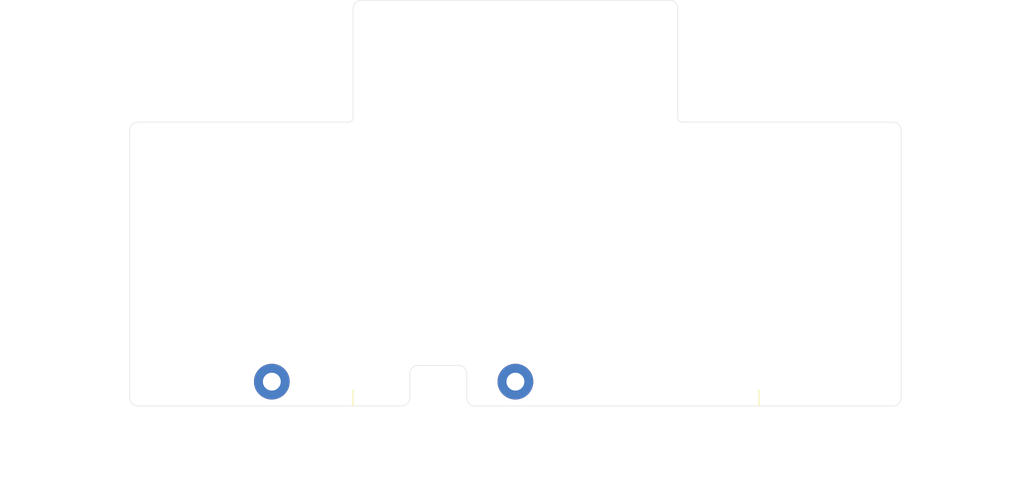
<source format=kicad_pcb>
(kicad_pcb (version 20241229) (generator "pcbnew") (generator_version "9.0")
  (layers (0 "F.Cu" signal) (4 "In1.Cu" signal) (6 "In2.Cu" signal) (2 "B.Cu" signal) (13 "F.Paste" user) (15 "B.Paste" user) (5 "F.SilkS" user "F.Silkscreen") (7 "B.SilkS" user "B.Silkscreen") (1 "F.Mask" user) (3 "B.Mask" user) (25 "Edge.Cuts" user))
  (net 0 "")
  (net 1 "earth")
  (net 2 "_1")
  (net 3 "net")
  (footprint "Mounting_Holes:MountingHole_2.2mm_M2" (layer "F.Cu") (at 9.75 -47 0)
    (property "Reference" "H6" (hide yes))
    (property "Value" "" (hide yes))
    (pad "" np_thru_hole circle (at 0 0 0) (size 2.2 2.2) (drill 2.2) (layers "*.Cu" "*.Mask") (net 3 "net"))
  )
  (footprint "Mounting_Holes:MountingHole_2.2mm_M2_Pad" (layer "F.Cu") (at 0 -3 0)
    (property "Reference" "H2" (hide yes))
    (property "Value" "" (hide yes))
    (pad "1" thru_hole circle (at 0 0 0) (size 4.4 4.4) (drill 2.2) (layers "*.Cu" "*.Mask") (net 2 "_1"))
  )
  (footprint "Mounting_Holes:MountingHole_2.2mm_M2_Pad" (layer "F.Cu") (at -30 -3 0)
    (property "Reference" "H3" (hide yes))
    (property "Value" "" (hide yes))
    (pad "1" thru_hole circle (at 0 0 0) (size 4.4 4.4) (drill 2.2) (layers "*.Cu" "*.Mask") (net 1 "earth"))
  )
  (gr_line (start -20 -2) (end -20 0) (stroke (width 0.1)) (layer "F.SilkS"))
  (gr_line (start 30 -2) (end 30 0) (stroke (width 0.1)) (layer "F.SilkS"))
  (gr_line (start 0.5 7) (end 0.5 7) (stroke (width 0.05)) (layer "Edge.Cuts"))
  (gr_line (start -46.5 -35) (end -20.5 -35) (stroke (width 0.05)) (layer "Edge.Cuts"))
  (gr_line (start -12 -5) (end -7 -5) (stroke (width 0.05)) (layer "Edge.Cuts"))
  (gr_line (start 20.5 -35) (end 46.500001 -35) (stroke (width 0.05)) (layer "Edge.Cuts"))
  (gr_line (start -20 -35.5) (end -20 -49) (stroke (width 0.05)) (layer "Edge.Cuts"))
  (gr_line (start 20 -49) (end 20 -35.5) (stroke (width 0.05)) (layer "Edge.Cuts"))
  (gr_line (start -14 0) (end -46.5 0) (stroke (width 0.05)) (layer "Edge.Cuts"))
  (gr_line (start -47.5 -1) (end -47.5 -34) (stroke (width 0.05)) (layer "Edge.Cuts"))
  (gr_line (start 47.5 -34) (end 47.5 -1) (stroke (width 0.05)) (layer "Edge.Cuts"))
  (gr_line (start -13 -1) (end -13 -4) (stroke (width 0.05)) (layer "Edge.Cuts"))
  (gr_line (start -6 -4) (end -6 -1) (stroke (width 0.05)) (layer "Edge.Cuts"))
  (gr_line (start 19 -50) (end -19 -50) (stroke (width 0.05)) (layer "Edge.Cuts"))
  (gr_line (start -5.000001 0) (end 46.5 0) (stroke (width 0.05)) (layer "Edge.Cuts"))
  (gr_arc (start 20.5 -35) (mid 20.146447 -35.146447) (end 20 -35.5) (stroke (width 0.05)) (layer "Edge.Cuts"))
  (gr_arc (start 46.5 -35) (mid 47.207107 -34.707107) (end 47.5 -34) (stroke (width 0.05)) (layer "Edge.Cuts"))
  (gr_arc (start 19 -50) (mid 19.707107 -49.707107) (end 20 -49) (stroke (width 0.05)) (layer "Edge.Cuts"))
  (gr_arc (start 47.5 -1) (mid 47.207107 -0.292893) (end 46.5 0) (stroke (width 0.05)) (layer "Edge.Cuts"))
  (gr_arc (start -46.5 0) (mid -47.207107 -0.292893) (end -47.5 -1) (stroke (width 0.05)) (layer "Edge.Cuts"))
  (gr_arc (start -20 -35.5) (mid -20.146447 -35.146447) (end -20.5 -35) (stroke (width 0.05)) (layer "Edge.Cuts"))
  (gr_arc (start -13 -1) (mid -13.292893 -0.292893) (end -14 0) (stroke (width 0.05)) (layer "Edge.Cuts"))
  (gr_arc (start -5 0) (mid -5.707107 -0.292893) (end -6 -1) (stroke (width 0.05)) (layer "Edge.Cuts"))
  (gr_arc (start -13 -4) (mid -12.707107 -4.707107) (end -12 -5) (stroke (width 0.05)) (layer "Edge.Cuts"))
  (gr_arc (start -20 -49) (mid -19.707107 -49.707107) (end -19 -50) (stroke (width 0.05)) (layer "Edge.Cuts"))
  (gr_arc (start -7 -5) (mid -6.292893 -4.707107) (end -6 -4) (stroke (width 0.05)) (layer "Edge.Cuts"))
  (gr_arc (start -47.5 -34) (mid -47.207107 -34.707107) (end -46.5 -35) (stroke (width 0.05)) (layer "Edge.Cuts"))
)
</source>
